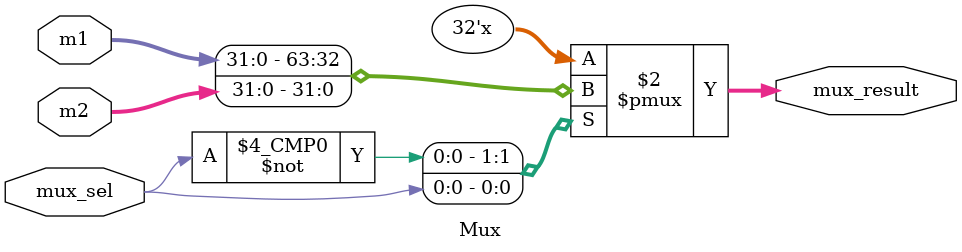
<source format=sv>

/*----------------------------------------------------------------
  Module for Multiplexer 2x1
------------------------------------------------------------------*/
module Mux(input mux_sel,
		   input[31:0] m1, m2,
		   output reg[31:0] mux_result);
		   
always_comb begin
	case (mux_sel)
		0: mux_result <= m1;
		1: mux_result <= m2;
	endcase
	end
endmodule
</source>
